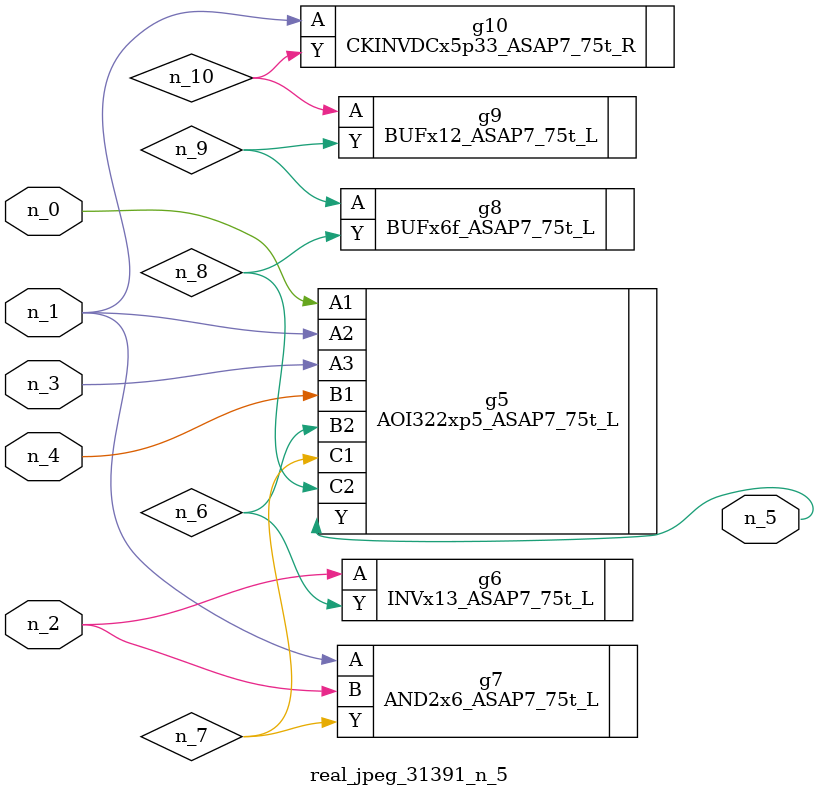
<source format=v>
module real_jpeg_31391_n_5 (n_4, n_0, n_1, n_2, n_3, n_5);

input n_4;
input n_0;
input n_1;
input n_2;
input n_3;

output n_5;

wire n_8;
wire n_6;
wire n_7;
wire n_10;
wire n_9;

AOI322xp5_ASAP7_75t_L g5 ( 
.A1(n_0),
.A2(n_1),
.A3(n_3),
.B1(n_4),
.B2(n_6),
.C1(n_7),
.C2(n_8),
.Y(n_5)
);

AND2x6_ASAP7_75t_L g7 ( 
.A(n_1),
.B(n_2),
.Y(n_7)
);

CKINVDCx5p33_ASAP7_75t_R g10 ( 
.A(n_1),
.Y(n_10)
);

INVx13_ASAP7_75t_L g6 ( 
.A(n_2),
.Y(n_6)
);

BUFx6f_ASAP7_75t_L g8 ( 
.A(n_9),
.Y(n_8)
);

BUFx12_ASAP7_75t_L g9 ( 
.A(n_10),
.Y(n_9)
);


endmodule
</source>
